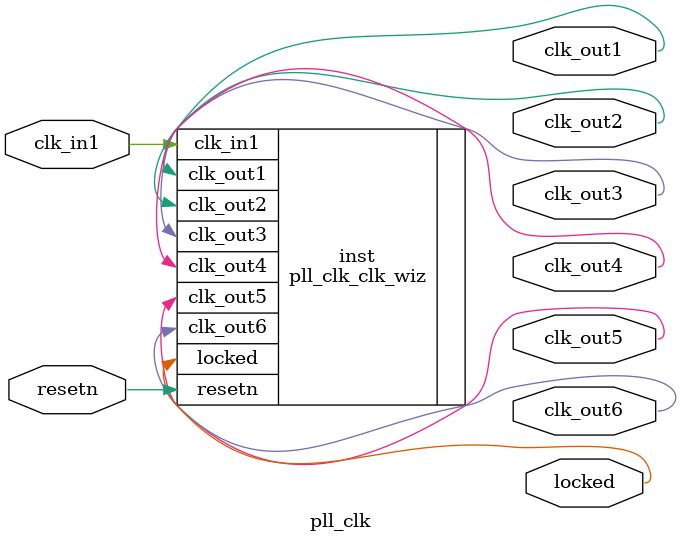
<source format=v>


`timescale 1ps/1ps

(* CORE_GENERATION_INFO = "pll_clk,clk_wiz_v6_0_12_0_0,{component_name=pll_clk,use_phase_alignment=true,use_min_o_jitter=false,use_max_i_jitter=false,use_dyn_phase_shift=false,use_inclk_switchover=false,use_dyn_reconfig=false,enable_axi=0,feedback_source=FDBK_AUTO,PRIMITIVE=PLL,num_out_clk=6,clkin1_period=20.000,clkin2_period=10.0,use_power_down=false,use_reset=true,use_locked=true,use_inclk_stopped=false,feedback_type=SINGLE,CLOCK_MGR_TYPE=NA,manual_override=false}" *)

module pll_clk 
 (
  // Clock out ports
  output        clk_out1,
  output        clk_out2,
  output        clk_out3,
  output        clk_out4,
  output        clk_out5,
  output        clk_out6,
  // Status and control signals
  input         resetn,
  output        locked,
 // Clock in ports
  input         clk_in1
 );

  pll_clk_clk_wiz inst
  (
  // Clock out ports  
  .clk_out1(clk_out1),
  .clk_out2(clk_out2),
  .clk_out3(clk_out3),
  .clk_out4(clk_out4),
  .clk_out5(clk_out5),
  .clk_out6(clk_out6),
  // Status and control signals               
  .resetn(resetn), 
  .locked(locked),
 // Clock in ports
  .clk_in1(clk_in1)
  );

endmodule

</source>
